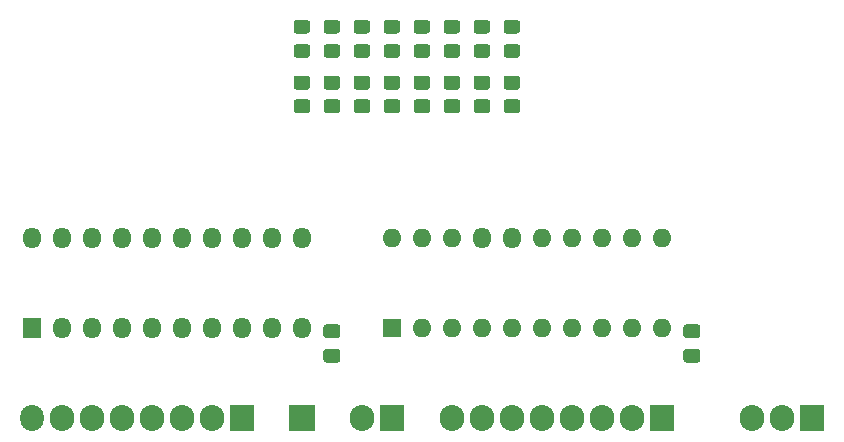
<source format=gbr>
%TF.GenerationSoftware,KiCad,Pcbnew,(5.1.8)-1*%
%TF.CreationDate,2025-01-30T23:00:43+03:00*%
%TF.ProjectId,Reg,5265672e-6b69-4636-9164-5f7063625858,rev?*%
%TF.SameCoordinates,Original*%
%TF.FileFunction,Soldermask,Top*%
%TF.FilePolarity,Negative*%
%FSLAX46Y46*%
G04 Gerber Fmt 4.6, Leading zero omitted, Abs format (unit mm)*
G04 Created by KiCad (PCBNEW (5.1.8)-1) date 2025-01-30 23:00:43*
%MOMM*%
%LPD*%
G01*
G04 APERTURE LIST*
%ADD10R,2.200000X2.200000*%
%ADD11O,1.500000X1.800000*%
%ADD12R,1.500000X1.800000*%
%ADD13O,1.600000X1.600000*%
%ADD14R,1.600000X1.600000*%
%ADD15R,2.100000X2.200000*%
%ADD16O,2.100000X2.200000*%
%ADD17O,2.000000X2.200000*%
G04 APERTURE END LIST*
D10*
%TO.C,J5*%
X76200000Y-53340000D03*
%TD*%
D11*
%TO.C,U1*%
X53340000Y-38100000D03*
X76200000Y-45720000D03*
X55880000Y-38100000D03*
X73660000Y-45720000D03*
X58420000Y-38100000D03*
X71120000Y-45720000D03*
X60960000Y-38100000D03*
X68580000Y-45720000D03*
X63500000Y-38100000D03*
X66040000Y-45720000D03*
X66040000Y-38100000D03*
X63500000Y-45720000D03*
X68580000Y-38100000D03*
X60960000Y-45720000D03*
X71120000Y-38100000D03*
X58420000Y-45720000D03*
X73660000Y-38100000D03*
X55880000Y-45720000D03*
X76200000Y-38100000D03*
D12*
X53340000Y-45720000D03*
%TD*%
D13*
%TO.C,U2*%
X83820000Y-38100000D03*
X106680000Y-45720000D03*
X86360000Y-38100000D03*
X104140000Y-45720000D03*
X88900000Y-38100000D03*
X101600000Y-45720000D03*
D11*
X91440000Y-38100000D03*
D13*
X99060000Y-45720000D03*
D11*
X93980000Y-38100000D03*
D13*
X96520000Y-45720000D03*
X96520000Y-38100000D03*
X93980000Y-45720000D03*
X99060000Y-38100000D03*
X91440000Y-45720000D03*
X101600000Y-38100000D03*
X88900000Y-45720000D03*
X104140000Y-38100000D03*
X86360000Y-45720000D03*
X106680000Y-38100000D03*
D14*
X83820000Y-45720000D03*
%TD*%
%TO.C,C2*%
G36*
G01*
X109695000Y-46540000D02*
X108745000Y-46540000D01*
G75*
G02*
X108495000Y-46290000I0J250000D01*
G01*
X108495000Y-45615000D01*
G75*
G02*
X108745000Y-45365000I250000J0D01*
G01*
X109695000Y-45365000D01*
G75*
G02*
X109945000Y-45615000I0J-250000D01*
G01*
X109945000Y-46290000D01*
G75*
G02*
X109695000Y-46540000I-250000J0D01*
G01*
G37*
G36*
G01*
X109695000Y-48615000D02*
X108745000Y-48615000D01*
G75*
G02*
X108495000Y-48365000I0J250000D01*
G01*
X108495000Y-47690000D01*
G75*
G02*
X108745000Y-47440000I250000J0D01*
G01*
X109695000Y-47440000D01*
G75*
G02*
X109945000Y-47690000I0J-250000D01*
G01*
X109945000Y-48365000D01*
G75*
G02*
X109695000Y-48615000I-250000J0D01*
G01*
G37*
%TD*%
%TO.C,R9*%
G36*
G01*
X76650001Y-25508000D02*
X75749999Y-25508000D01*
G75*
G02*
X75500000Y-25258001I0J249999D01*
G01*
X75500000Y-24557999D01*
G75*
G02*
X75749999Y-24308000I249999J0D01*
G01*
X76650001Y-24308000D01*
G75*
G02*
X76900000Y-24557999I0J-249999D01*
G01*
X76900000Y-25258001D01*
G75*
G02*
X76650001Y-25508000I-249999J0D01*
G01*
G37*
G36*
G01*
X76650001Y-27508000D02*
X75749999Y-27508000D01*
G75*
G02*
X75500000Y-27258001I0J249999D01*
G01*
X75500000Y-26557999D01*
G75*
G02*
X75749999Y-26308000I249999J0D01*
G01*
X76650001Y-26308000D01*
G75*
G02*
X76900000Y-26557999I0J-249999D01*
G01*
X76900000Y-27258001D01*
G75*
G02*
X76650001Y-27508000I-249999J0D01*
G01*
G37*
%TD*%
%TO.C,R8*%
G36*
G01*
X79190001Y-25508000D02*
X78289999Y-25508000D01*
G75*
G02*
X78040000Y-25258001I0J249999D01*
G01*
X78040000Y-24557999D01*
G75*
G02*
X78289999Y-24308000I249999J0D01*
G01*
X79190001Y-24308000D01*
G75*
G02*
X79440000Y-24557999I0J-249999D01*
G01*
X79440000Y-25258001D01*
G75*
G02*
X79190001Y-25508000I-249999J0D01*
G01*
G37*
G36*
G01*
X79190001Y-27508000D02*
X78289999Y-27508000D01*
G75*
G02*
X78040000Y-27258001I0J249999D01*
G01*
X78040000Y-26557999D01*
G75*
G02*
X78289999Y-26308000I249999J0D01*
G01*
X79190001Y-26308000D01*
G75*
G02*
X79440000Y-26557999I0J-249999D01*
G01*
X79440000Y-27258001D01*
G75*
G02*
X79190001Y-27508000I-249999J0D01*
G01*
G37*
%TD*%
%TO.C,R7*%
G36*
G01*
X81730001Y-25508000D02*
X80829999Y-25508000D01*
G75*
G02*
X80580000Y-25258001I0J249999D01*
G01*
X80580000Y-24557999D01*
G75*
G02*
X80829999Y-24308000I249999J0D01*
G01*
X81730001Y-24308000D01*
G75*
G02*
X81980000Y-24557999I0J-249999D01*
G01*
X81980000Y-25258001D01*
G75*
G02*
X81730001Y-25508000I-249999J0D01*
G01*
G37*
G36*
G01*
X81730001Y-27508000D02*
X80829999Y-27508000D01*
G75*
G02*
X80580000Y-27258001I0J249999D01*
G01*
X80580000Y-26557999D01*
G75*
G02*
X80829999Y-26308000I249999J0D01*
G01*
X81730001Y-26308000D01*
G75*
G02*
X81980000Y-26557999I0J-249999D01*
G01*
X81980000Y-27258001D01*
G75*
G02*
X81730001Y-27508000I-249999J0D01*
G01*
G37*
%TD*%
%TO.C,R6*%
G36*
G01*
X84270001Y-25508000D02*
X83369999Y-25508000D01*
G75*
G02*
X83120000Y-25258001I0J249999D01*
G01*
X83120000Y-24557999D01*
G75*
G02*
X83369999Y-24308000I249999J0D01*
G01*
X84270001Y-24308000D01*
G75*
G02*
X84520000Y-24557999I0J-249999D01*
G01*
X84520000Y-25258001D01*
G75*
G02*
X84270001Y-25508000I-249999J0D01*
G01*
G37*
G36*
G01*
X84270001Y-27508000D02*
X83369999Y-27508000D01*
G75*
G02*
X83120000Y-27258001I0J249999D01*
G01*
X83120000Y-26557999D01*
G75*
G02*
X83369999Y-26308000I249999J0D01*
G01*
X84270001Y-26308000D01*
G75*
G02*
X84520000Y-26557999I0J-249999D01*
G01*
X84520000Y-27258001D01*
G75*
G02*
X84270001Y-27508000I-249999J0D01*
G01*
G37*
%TD*%
%TO.C,R5*%
G36*
G01*
X86810001Y-25508000D02*
X85909999Y-25508000D01*
G75*
G02*
X85660000Y-25258001I0J249999D01*
G01*
X85660000Y-24557999D01*
G75*
G02*
X85909999Y-24308000I249999J0D01*
G01*
X86810001Y-24308000D01*
G75*
G02*
X87060000Y-24557999I0J-249999D01*
G01*
X87060000Y-25258001D01*
G75*
G02*
X86810001Y-25508000I-249999J0D01*
G01*
G37*
G36*
G01*
X86810001Y-27508000D02*
X85909999Y-27508000D01*
G75*
G02*
X85660000Y-27258001I0J249999D01*
G01*
X85660000Y-26557999D01*
G75*
G02*
X85909999Y-26308000I249999J0D01*
G01*
X86810001Y-26308000D01*
G75*
G02*
X87060000Y-26557999I0J-249999D01*
G01*
X87060000Y-27258001D01*
G75*
G02*
X86810001Y-27508000I-249999J0D01*
G01*
G37*
%TD*%
%TO.C,R4*%
G36*
G01*
X89350001Y-25508000D02*
X88449999Y-25508000D01*
G75*
G02*
X88200000Y-25258001I0J249999D01*
G01*
X88200000Y-24557999D01*
G75*
G02*
X88449999Y-24308000I249999J0D01*
G01*
X89350001Y-24308000D01*
G75*
G02*
X89600000Y-24557999I0J-249999D01*
G01*
X89600000Y-25258001D01*
G75*
G02*
X89350001Y-25508000I-249999J0D01*
G01*
G37*
G36*
G01*
X89350001Y-27508000D02*
X88449999Y-27508000D01*
G75*
G02*
X88200000Y-27258001I0J249999D01*
G01*
X88200000Y-26557999D01*
G75*
G02*
X88449999Y-26308000I249999J0D01*
G01*
X89350001Y-26308000D01*
G75*
G02*
X89600000Y-26557999I0J-249999D01*
G01*
X89600000Y-27258001D01*
G75*
G02*
X89350001Y-27508000I-249999J0D01*
G01*
G37*
%TD*%
%TO.C,R3*%
G36*
G01*
X91890001Y-25508000D02*
X90989999Y-25508000D01*
G75*
G02*
X90740000Y-25258001I0J249999D01*
G01*
X90740000Y-24557999D01*
G75*
G02*
X90989999Y-24308000I249999J0D01*
G01*
X91890001Y-24308000D01*
G75*
G02*
X92140000Y-24557999I0J-249999D01*
G01*
X92140000Y-25258001D01*
G75*
G02*
X91890001Y-25508000I-249999J0D01*
G01*
G37*
G36*
G01*
X91890001Y-27508000D02*
X90989999Y-27508000D01*
G75*
G02*
X90740000Y-27258001I0J249999D01*
G01*
X90740000Y-26557999D01*
G75*
G02*
X90989999Y-26308000I249999J0D01*
G01*
X91890001Y-26308000D01*
G75*
G02*
X92140000Y-26557999I0J-249999D01*
G01*
X92140000Y-27258001D01*
G75*
G02*
X91890001Y-27508000I-249999J0D01*
G01*
G37*
%TD*%
%TO.C,R2*%
G36*
G01*
X94430001Y-25508000D02*
X93529999Y-25508000D01*
G75*
G02*
X93280000Y-25258001I0J249999D01*
G01*
X93280000Y-24557999D01*
G75*
G02*
X93529999Y-24308000I249999J0D01*
G01*
X94430001Y-24308000D01*
G75*
G02*
X94680000Y-24557999I0J-249999D01*
G01*
X94680000Y-25258001D01*
G75*
G02*
X94430001Y-25508000I-249999J0D01*
G01*
G37*
G36*
G01*
X94430001Y-27508000D02*
X93529999Y-27508000D01*
G75*
G02*
X93280000Y-27258001I0J249999D01*
G01*
X93280000Y-26557999D01*
G75*
G02*
X93529999Y-26308000I249999J0D01*
G01*
X94430001Y-26308000D01*
G75*
G02*
X94680000Y-26557999I0J-249999D01*
G01*
X94680000Y-27258001D01*
G75*
G02*
X94430001Y-27508000I-249999J0D01*
G01*
G37*
%TD*%
%TO.C,D8*%
G36*
G01*
X75749999Y-21650000D02*
X76650001Y-21650000D01*
G75*
G02*
X76900000Y-21899999I0J-249999D01*
G01*
X76900000Y-22550001D01*
G75*
G02*
X76650001Y-22800000I-249999J0D01*
G01*
X75749999Y-22800000D01*
G75*
G02*
X75500000Y-22550001I0J249999D01*
G01*
X75500000Y-21899999D01*
G75*
G02*
X75749999Y-21650000I249999J0D01*
G01*
G37*
G36*
G01*
X75749999Y-19600000D02*
X76650001Y-19600000D01*
G75*
G02*
X76900000Y-19849999I0J-249999D01*
G01*
X76900000Y-20500001D01*
G75*
G02*
X76650001Y-20750000I-249999J0D01*
G01*
X75749999Y-20750000D01*
G75*
G02*
X75500000Y-20500001I0J249999D01*
G01*
X75500000Y-19849999D01*
G75*
G02*
X75749999Y-19600000I249999J0D01*
G01*
G37*
%TD*%
%TO.C,D7*%
G36*
G01*
X78289999Y-21650000D02*
X79190001Y-21650000D01*
G75*
G02*
X79440000Y-21899999I0J-249999D01*
G01*
X79440000Y-22550001D01*
G75*
G02*
X79190001Y-22800000I-249999J0D01*
G01*
X78289999Y-22800000D01*
G75*
G02*
X78040000Y-22550001I0J249999D01*
G01*
X78040000Y-21899999D01*
G75*
G02*
X78289999Y-21650000I249999J0D01*
G01*
G37*
G36*
G01*
X78289999Y-19600000D02*
X79190001Y-19600000D01*
G75*
G02*
X79440000Y-19849999I0J-249999D01*
G01*
X79440000Y-20500001D01*
G75*
G02*
X79190001Y-20750000I-249999J0D01*
G01*
X78289999Y-20750000D01*
G75*
G02*
X78040000Y-20500001I0J249999D01*
G01*
X78040000Y-19849999D01*
G75*
G02*
X78289999Y-19600000I249999J0D01*
G01*
G37*
%TD*%
%TO.C,D6*%
G36*
G01*
X80829999Y-21650000D02*
X81730001Y-21650000D01*
G75*
G02*
X81980000Y-21899999I0J-249999D01*
G01*
X81980000Y-22550001D01*
G75*
G02*
X81730001Y-22800000I-249999J0D01*
G01*
X80829999Y-22800000D01*
G75*
G02*
X80580000Y-22550001I0J249999D01*
G01*
X80580000Y-21899999D01*
G75*
G02*
X80829999Y-21650000I249999J0D01*
G01*
G37*
G36*
G01*
X80829999Y-19600000D02*
X81730001Y-19600000D01*
G75*
G02*
X81980000Y-19849999I0J-249999D01*
G01*
X81980000Y-20500001D01*
G75*
G02*
X81730001Y-20750000I-249999J0D01*
G01*
X80829999Y-20750000D01*
G75*
G02*
X80580000Y-20500001I0J249999D01*
G01*
X80580000Y-19849999D01*
G75*
G02*
X80829999Y-19600000I249999J0D01*
G01*
G37*
%TD*%
%TO.C,D5*%
G36*
G01*
X83369999Y-21650000D02*
X84270001Y-21650000D01*
G75*
G02*
X84520000Y-21899999I0J-249999D01*
G01*
X84520000Y-22550001D01*
G75*
G02*
X84270001Y-22800000I-249999J0D01*
G01*
X83369999Y-22800000D01*
G75*
G02*
X83120000Y-22550001I0J249999D01*
G01*
X83120000Y-21899999D01*
G75*
G02*
X83369999Y-21650000I249999J0D01*
G01*
G37*
G36*
G01*
X83369999Y-19600000D02*
X84270001Y-19600000D01*
G75*
G02*
X84520000Y-19849999I0J-249999D01*
G01*
X84520000Y-20500001D01*
G75*
G02*
X84270001Y-20750000I-249999J0D01*
G01*
X83369999Y-20750000D01*
G75*
G02*
X83120000Y-20500001I0J249999D01*
G01*
X83120000Y-19849999D01*
G75*
G02*
X83369999Y-19600000I249999J0D01*
G01*
G37*
%TD*%
%TO.C,D4*%
G36*
G01*
X85909999Y-21650000D02*
X86810001Y-21650000D01*
G75*
G02*
X87060000Y-21899999I0J-249999D01*
G01*
X87060000Y-22550001D01*
G75*
G02*
X86810001Y-22800000I-249999J0D01*
G01*
X85909999Y-22800000D01*
G75*
G02*
X85660000Y-22550001I0J249999D01*
G01*
X85660000Y-21899999D01*
G75*
G02*
X85909999Y-21650000I249999J0D01*
G01*
G37*
G36*
G01*
X85909999Y-19600000D02*
X86810001Y-19600000D01*
G75*
G02*
X87060000Y-19849999I0J-249999D01*
G01*
X87060000Y-20500001D01*
G75*
G02*
X86810001Y-20750000I-249999J0D01*
G01*
X85909999Y-20750000D01*
G75*
G02*
X85660000Y-20500001I0J249999D01*
G01*
X85660000Y-19849999D01*
G75*
G02*
X85909999Y-19600000I249999J0D01*
G01*
G37*
%TD*%
%TO.C,D3*%
G36*
G01*
X88449999Y-21650000D02*
X89350001Y-21650000D01*
G75*
G02*
X89600000Y-21899999I0J-249999D01*
G01*
X89600000Y-22550001D01*
G75*
G02*
X89350001Y-22800000I-249999J0D01*
G01*
X88449999Y-22800000D01*
G75*
G02*
X88200000Y-22550001I0J249999D01*
G01*
X88200000Y-21899999D01*
G75*
G02*
X88449999Y-21650000I249999J0D01*
G01*
G37*
G36*
G01*
X88449999Y-19600000D02*
X89350001Y-19600000D01*
G75*
G02*
X89600000Y-19849999I0J-249999D01*
G01*
X89600000Y-20500001D01*
G75*
G02*
X89350001Y-20750000I-249999J0D01*
G01*
X88449999Y-20750000D01*
G75*
G02*
X88200000Y-20500001I0J249999D01*
G01*
X88200000Y-19849999D01*
G75*
G02*
X88449999Y-19600000I249999J0D01*
G01*
G37*
%TD*%
%TO.C,D2*%
G36*
G01*
X90989999Y-21650000D02*
X91890001Y-21650000D01*
G75*
G02*
X92140000Y-21899999I0J-249999D01*
G01*
X92140000Y-22550001D01*
G75*
G02*
X91890001Y-22800000I-249999J0D01*
G01*
X90989999Y-22800000D01*
G75*
G02*
X90740000Y-22550001I0J249999D01*
G01*
X90740000Y-21899999D01*
G75*
G02*
X90989999Y-21650000I249999J0D01*
G01*
G37*
G36*
G01*
X90989999Y-19600000D02*
X91890001Y-19600000D01*
G75*
G02*
X92140000Y-19849999I0J-249999D01*
G01*
X92140000Y-20500001D01*
G75*
G02*
X91890001Y-20750000I-249999J0D01*
G01*
X90989999Y-20750000D01*
G75*
G02*
X90740000Y-20500001I0J249999D01*
G01*
X90740000Y-19849999D01*
G75*
G02*
X90989999Y-19600000I249999J0D01*
G01*
G37*
%TD*%
%TO.C,D1*%
G36*
G01*
X93529999Y-21650000D02*
X94430001Y-21650000D01*
G75*
G02*
X94680000Y-21899999I0J-249999D01*
G01*
X94680000Y-22550001D01*
G75*
G02*
X94430001Y-22800000I-249999J0D01*
G01*
X93529999Y-22800000D01*
G75*
G02*
X93280000Y-22550001I0J249999D01*
G01*
X93280000Y-21899999D01*
G75*
G02*
X93529999Y-21650000I249999J0D01*
G01*
G37*
G36*
G01*
X93529999Y-19600000D02*
X94430001Y-19600000D01*
G75*
G02*
X94680000Y-19849999I0J-249999D01*
G01*
X94680000Y-20500001D01*
G75*
G02*
X94430001Y-20750000I-249999J0D01*
G01*
X93529999Y-20750000D01*
G75*
G02*
X93280000Y-20500001I0J249999D01*
G01*
X93280000Y-19849999D01*
G75*
G02*
X93529999Y-19600000I249999J0D01*
G01*
G37*
%TD*%
%TO.C,C1*%
G36*
G01*
X79215000Y-48615000D02*
X78265000Y-48615000D01*
G75*
G02*
X78015000Y-48365000I0J250000D01*
G01*
X78015000Y-47690000D01*
G75*
G02*
X78265000Y-47440000I250000J0D01*
G01*
X79215000Y-47440000D01*
G75*
G02*
X79465000Y-47690000I0J-250000D01*
G01*
X79465000Y-48365000D01*
G75*
G02*
X79215000Y-48615000I-250000J0D01*
G01*
G37*
G36*
G01*
X79215000Y-46540000D02*
X78265000Y-46540000D01*
G75*
G02*
X78015000Y-46290000I0J250000D01*
G01*
X78015000Y-45615000D01*
G75*
G02*
X78265000Y-45365000I250000J0D01*
G01*
X79215000Y-45365000D01*
G75*
G02*
X79465000Y-45615000I0J-250000D01*
G01*
X79465000Y-46290000D01*
G75*
G02*
X79215000Y-46540000I-250000J0D01*
G01*
G37*
%TD*%
D15*
%TO.C,J1*%
X71120000Y-53340000D03*
D16*
X68580000Y-53340000D03*
X66040000Y-53340000D03*
X63500000Y-53340000D03*
X60960000Y-53340000D03*
X58420000Y-53340000D03*
X55880000Y-53340000D03*
D17*
X53340000Y-53340000D03*
%TD*%
D16*
%TO.C,J2*%
X88900000Y-53340000D03*
X91440000Y-53340000D03*
X93980000Y-53340000D03*
X96520000Y-53340000D03*
X99060000Y-53340000D03*
X101600000Y-53340000D03*
X104140000Y-53340000D03*
D15*
X106680000Y-53340000D03*
%TD*%
%TO.C,J3*%
X83820000Y-53340000D03*
D16*
X81280000Y-53340000D03*
%TD*%
D15*
%TO.C,J4*%
X119380000Y-53340000D03*
D16*
X116840000Y-53340000D03*
X114300000Y-53340000D03*
%TD*%
M02*

</source>
